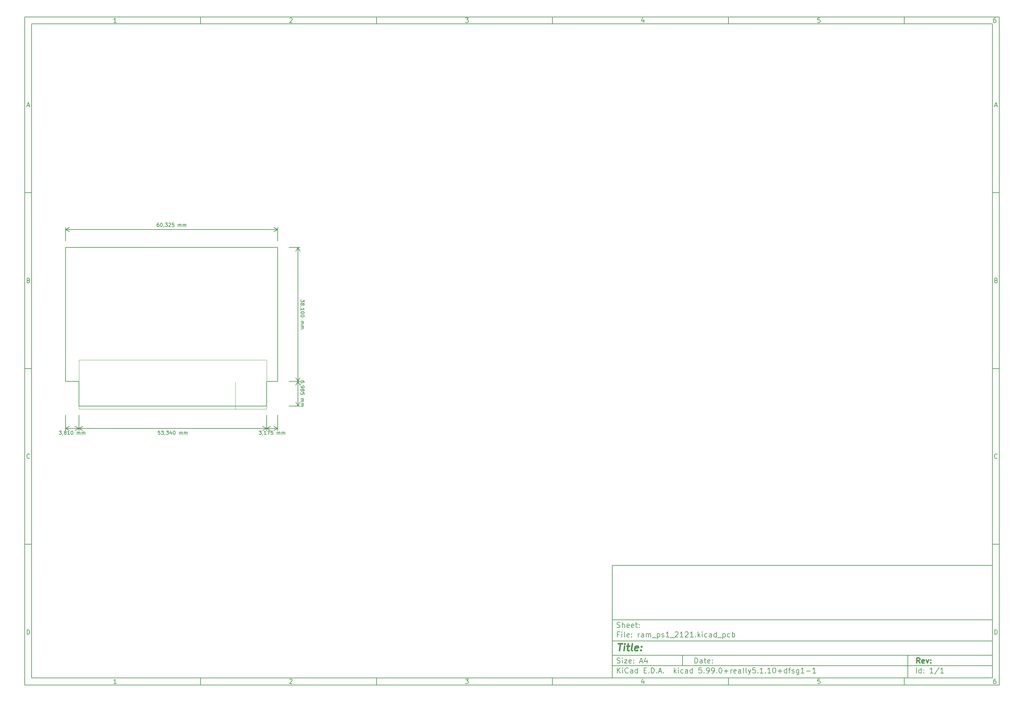
<source format=gbr>
%TF.GenerationSoftware,KiCad,Pcbnew,5.99.0+really5.1.10+dfsg1-1*%
%TF.CreationDate,2022-01-09T16:24:14+01:00*%
%TF.ProjectId,ram_ps1_2121,72616d5f-7073-4315-9f32-3132312e6b69,rev?*%
%TF.SameCoordinates,Original*%
%TF.FileFunction,OtherDrawing,Comment*%
%FSLAX46Y46*%
G04 Gerber Fmt 4.6, Leading zero omitted, Abs format (unit mm)*
G04 Created by KiCad (PCBNEW 5.99.0+really5.1.10+dfsg1-1) date 2022-01-09 16:24:14*
%MOMM*%
%LPD*%
G01*
G04 APERTURE LIST*
%ADD10C,0.100000*%
%ADD11C,0.150000*%
%ADD12C,0.300000*%
%ADD13C,0.400000*%
%ADD14C,0.120000*%
G04 APERTURE END LIST*
D10*
D11*
X177002200Y-166007200D02*
X177002200Y-198007200D01*
X285002200Y-198007200D01*
X285002200Y-166007200D01*
X177002200Y-166007200D01*
D10*
D11*
X10000000Y-10000000D02*
X10000000Y-200007200D01*
X287002200Y-200007200D01*
X287002200Y-10000000D01*
X10000000Y-10000000D01*
D10*
D11*
X12000000Y-12000000D02*
X12000000Y-198007200D01*
X285002200Y-198007200D01*
X285002200Y-12000000D01*
X12000000Y-12000000D01*
D10*
D11*
X60000000Y-12000000D02*
X60000000Y-10000000D01*
D10*
D11*
X110000000Y-12000000D02*
X110000000Y-10000000D01*
D10*
D11*
X160000000Y-12000000D02*
X160000000Y-10000000D01*
D10*
D11*
X210000000Y-12000000D02*
X210000000Y-10000000D01*
D10*
D11*
X260000000Y-12000000D02*
X260000000Y-10000000D01*
D10*
D11*
X36065476Y-11588095D02*
X35322619Y-11588095D01*
X35694047Y-11588095D02*
X35694047Y-10288095D01*
X35570238Y-10473809D01*
X35446428Y-10597619D01*
X35322619Y-10659523D01*
D10*
D11*
X85322619Y-10411904D02*
X85384523Y-10350000D01*
X85508333Y-10288095D01*
X85817857Y-10288095D01*
X85941666Y-10350000D01*
X86003571Y-10411904D01*
X86065476Y-10535714D01*
X86065476Y-10659523D01*
X86003571Y-10845238D01*
X85260714Y-11588095D01*
X86065476Y-11588095D01*
D10*
D11*
X135260714Y-10288095D02*
X136065476Y-10288095D01*
X135632142Y-10783333D01*
X135817857Y-10783333D01*
X135941666Y-10845238D01*
X136003571Y-10907142D01*
X136065476Y-11030952D01*
X136065476Y-11340476D01*
X136003571Y-11464285D01*
X135941666Y-11526190D01*
X135817857Y-11588095D01*
X135446428Y-11588095D01*
X135322619Y-11526190D01*
X135260714Y-11464285D01*
D10*
D11*
X185941666Y-10721428D02*
X185941666Y-11588095D01*
X185632142Y-10226190D02*
X185322619Y-11154761D01*
X186127380Y-11154761D01*
D10*
D11*
X236003571Y-10288095D02*
X235384523Y-10288095D01*
X235322619Y-10907142D01*
X235384523Y-10845238D01*
X235508333Y-10783333D01*
X235817857Y-10783333D01*
X235941666Y-10845238D01*
X236003571Y-10907142D01*
X236065476Y-11030952D01*
X236065476Y-11340476D01*
X236003571Y-11464285D01*
X235941666Y-11526190D01*
X235817857Y-11588095D01*
X235508333Y-11588095D01*
X235384523Y-11526190D01*
X235322619Y-11464285D01*
D10*
D11*
X285941666Y-10288095D02*
X285694047Y-10288095D01*
X285570238Y-10350000D01*
X285508333Y-10411904D01*
X285384523Y-10597619D01*
X285322619Y-10845238D01*
X285322619Y-11340476D01*
X285384523Y-11464285D01*
X285446428Y-11526190D01*
X285570238Y-11588095D01*
X285817857Y-11588095D01*
X285941666Y-11526190D01*
X286003571Y-11464285D01*
X286065476Y-11340476D01*
X286065476Y-11030952D01*
X286003571Y-10907142D01*
X285941666Y-10845238D01*
X285817857Y-10783333D01*
X285570238Y-10783333D01*
X285446428Y-10845238D01*
X285384523Y-10907142D01*
X285322619Y-11030952D01*
D10*
D11*
X60000000Y-198007200D02*
X60000000Y-200007200D01*
D10*
D11*
X110000000Y-198007200D02*
X110000000Y-200007200D01*
D10*
D11*
X160000000Y-198007200D02*
X160000000Y-200007200D01*
D10*
D11*
X210000000Y-198007200D02*
X210000000Y-200007200D01*
D10*
D11*
X260000000Y-198007200D02*
X260000000Y-200007200D01*
D10*
D11*
X36065476Y-199595295D02*
X35322619Y-199595295D01*
X35694047Y-199595295D02*
X35694047Y-198295295D01*
X35570238Y-198481009D01*
X35446428Y-198604819D01*
X35322619Y-198666723D01*
D10*
D11*
X85322619Y-198419104D02*
X85384523Y-198357200D01*
X85508333Y-198295295D01*
X85817857Y-198295295D01*
X85941666Y-198357200D01*
X86003571Y-198419104D01*
X86065476Y-198542914D01*
X86065476Y-198666723D01*
X86003571Y-198852438D01*
X85260714Y-199595295D01*
X86065476Y-199595295D01*
D10*
D11*
X135260714Y-198295295D02*
X136065476Y-198295295D01*
X135632142Y-198790533D01*
X135817857Y-198790533D01*
X135941666Y-198852438D01*
X136003571Y-198914342D01*
X136065476Y-199038152D01*
X136065476Y-199347676D01*
X136003571Y-199471485D01*
X135941666Y-199533390D01*
X135817857Y-199595295D01*
X135446428Y-199595295D01*
X135322619Y-199533390D01*
X135260714Y-199471485D01*
D10*
D11*
X185941666Y-198728628D02*
X185941666Y-199595295D01*
X185632142Y-198233390D02*
X185322619Y-199161961D01*
X186127380Y-199161961D01*
D10*
D11*
X236003571Y-198295295D02*
X235384523Y-198295295D01*
X235322619Y-198914342D01*
X235384523Y-198852438D01*
X235508333Y-198790533D01*
X235817857Y-198790533D01*
X235941666Y-198852438D01*
X236003571Y-198914342D01*
X236065476Y-199038152D01*
X236065476Y-199347676D01*
X236003571Y-199471485D01*
X235941666Y-199533390D01*
X235817857Y-199595295D01*
X235508333Y-199595295D01*
X235384523Y-199533390D01*
X235322619Y-199471485D01*
D10*
D11*
X285941666Y-198295295D02*
X285694047Y-198295295D01*
X285570238Y-198357200D01*
X285508333Y-198419104D01*
X285384523Y-198604819D01*
X285322619Y-198852438D01*
X285322619Y-199347676D01*
X285384523Y-199471485D01*
X285446428Y-199533390D01*
X285570238Y-199595295D01*
X285817857Y-199595295D01*
X285941666Y-199533390D01*
X286003571Y-199471485D01*
X286065476Y-199347676D01*
X286065476Y-199038152D01*
X286003571Y-198914342D01*
X285941666Y-198852438D01*
X285817857Y-198790533D01*
X285570238Y-198790533D01*
X285446428Y-198852438D01*
X285384523Y-198914342D01*
X285322619Y-199038152D01*
D10*
D11*
X10000000Y-60000000D02*
X12000000Y-60000000D01*
D10*
D11*
X10000000Y-110000000D02*
X12000000Y-110000000D01*
D10*
D11*
X10000000Y-160000000D02*
X12000000Y-160000000D01*
D10*
D11*
X10690476Y-35216666D02*
X11309523Y-35216666D01*
X10566666Y-35588095D02*
X11000000Y-34288095D01*
X11433333Y-35588095D01*
D10*
D11*
X11092857Y-84907142D02*
X11278571Y-84969047D01*
X11340476Y-85030952D01*
X11402380Y-85154761D01*
X11402380Y-85340476D01*
X11340476Y-85464285D01*
X11278571Y-85526190D01*
X11154761Y-85588095D01*
X10659523Y-85588095D01*
X10659523Y-84288095D01*
X11092857Y-84288095D01*
X11216666Y-84350000D01*
X11278571Y-84411904D01*
X11340476Y-84535714D01*
X11340476Y-84659523D01*
X11278571Y-84783333D01*
X11216666Y-84845238D01*
X11092857Y-84907142D01*
X10659523Y-84907142D01*
D10*
D11*
X11402380Y-135464285D02*
X11340476Y-135526190D01*
X11154761Y-135588095D01*
X11030952Y-135588095D01*
X10845238Y-135526190D01*
X10721428Y-135402380D01*
X10659523Y-135278571D01*
X10597619Y-135030952D01*
X10597619Y-134845238D01*
X10659523Y-134597619D01*
X10721428Y-134473809D01*
X10845238Y-134350000D01*
X11030952Y-134288095D01*
X11154761Y-134288095D01*
X11340476Y-134350000D01*
X11402380Y-134411904D01*
D10*
D11*
X10659523Y-185588095D02*
X10659523Y-184288095D01*
X10969047Y-184288095D01*
X11154761Y-184350000D01*
X11278571Y-184473809D01*
X11340476Y-184597619D01*
X11402380Y-184845238D01*
X11402380Y-185030952D01*
X11340476Y-185278571D01*
X11278571Y-185402380D01*
X11154761Y-185526190D01*
X10969047Y-185588095D01*
X10659523Y-185588095D01*
D10*
D11*
X287002200Y-60000000D02*
X285002200Y-60000000D01*
D10*
D11*
X287002200Y-110000000D02*
X285002200Y-110000000D01*
D10*
D11*
X287002200Y-160000000D02*
X285002200Y-160000000D01*
D10*
D11*
X285692676Y-35216666D02*
X286311723Y-35216666D01*
X285568866Y-35588095D02*
X286002200Y-34288095D01*
X286435533Y-35588095D01*
D10*
D11*
X286095057Y-84907142D02*
X286280771Y-84969047D01*
X286342676Y-85030952D01*
X286404580Y-85154761D01*
X286404580Y-85340476D01*
X286342676Y-85464285D01*
X286280771Y-85526190D01*
X286156961Y-85588095D01*
X285661723Y-85588095D01*
X285661723Y-84288095D01*
X286095057Y-84288095D01*
X286218866Y-84350000D01*
X286280771Y-84411904D01*
X286342676Y-84535714D01*
X286342676Y-84659523D01*
X286280771Y-84783333D01*
X286218866Y-84845238D01*
X286095057Y-84907142D01*
X285661723Y-84907142D01*
D10*
D11*
X286404580Y-135464285D02*
X286342676Y-135526190D01*
X286156961Y-135588095D01*
X286033152Y-135588095D01*
X285847438Y-135526190D01*
X285723628Y-135402380D01*
X285661723Y-135278571D01*
X285599819Y-135030952D01*
X285599819Y-134845238D01*
X285661723Y-134597619D01*
X285723628Y-134473809D01*
X285847438Y-134350000D01*
X286033152Y-134288095D01*
X286156961Y-134288095D01*
X286342676Y-134350000D01*
X286404580Y-134411904D01*
D10*
D11*
X285661723Y-185588095D02*
X285661723Y-184288095D01*
X285971247Y-184288095D01*
X286156961Y-184350000D01*
X286280771Y-184473809D01*
X286342676Y-184597619D01*
X286404580Y-184845238D01*
X286404580Y-185030952D01*
X286342676Y-185278571D01*
X286280771Y-185402380D01*
X286156961Y-185526190D01*
X285971247Y-185588095D01*
X285661723Y-185588095D01*
D10*
D11*
X200434342Y-193785771D02*
X200434342Y-192285771D01*
X200791485Y-192285771D01*
X201005771Y-192357200D01*
X201148628Y-192500057D01*
X201220057Y-192642914D01*
X201291485Y-192928628D01*
X201291485Y-193142914D01*
X201220057Y-193428628D01*
X201148628Y-193571485D01*
X201005771Y-193714342D01*
X200791485Y-193785771D01*
X200434342Y-193785771D01*
X202577200Y-193785771D02*
X202577200Y-193000057D01*
X202505771Y-192857200D01*
X202362914Y-192785771D01*
X202077200Y-192785771D01*
X201934342Y-192857200D01*
X202577200Y-193714342D02*
X202434342Y-193785771D01*
X202077200Y-193785771D01*
X201934342Y-193714342D01*
X201862914Y-193571485D01*
X201862914Y-193428628D01*
X201934342Y-193285771D01*
X202077200Y-193214342D01*
X202434342Y-193214342D01*
X202577200Y-193142914D01*
X203077200Y-192785771D02*
X203648628Y-192785771D01*
X203291485Y-192285771D02*
X203291485Y-193571485D01*
X203362914Y-193714342D01*
X203505771Y-193785771D01*
X203648628Y-193785771D01*
X204720057Y-193714342D02*
X204577200Y-193785771D01*
X204291485Y-193785771D01*
X204148628Y-193714342D01*
X204077200Y-193571485D01*
X204077200Y-193000057D01*
X204148628Y-192857200D01*
X204291485Y-192785771D01*
X204577200Y-192785771D01*
X204720057Y-192857200D01*
X204791485Y-193000057D01*
X204791485Y-193142914D01*
X204077200Y-193285771D01*
X205434342Y-193642914D02*
X205505771Y-193714342D01*
X205434342Y-193785771D01*
X205362914Y-193714342D01*
X205434342Y-193642914D01*
X205434342Y-193785771D01*
X205434342Y-192857200D02*
X205505771Y-192928628D01*
X205434342Y-193000057D01*
X205362914Y-192928628D01*
X205434342Y-192857200D01*
X205434342Y-193000057D01*
D10*
D11*
X177002200Y-194507200D02*
X285002200Y-194507200D01*
D10*
D11*
X178434342Y-196585771D02*
X178434342Y-195085771D01*
X179291485Y-196585771D02*
X178648628Y-195728628D01*
X179291485Y-195085771D02*
X178434342Y-195942914D01*
X179934342Y-196585771D02*
X179934342Y-195585771D01*
X179934342Y-195085771D02*
X179862914Y-195157200D01*
X179934342Y-195228628D01*
X180005771Y-195157200D01*
X179934342Y-195085771D01*
X179934342Y-195228628D01*
X181505771Y-196442914D02*
X181434342Y-196514342D01*
X181220057Y-196585771D01*
X181077200Y-196585771D01*
X180862914Y-196514342D01*
X180720057Y-196371485D01*
X180648628Y-196228628D01*
X180577200Y-195942914D01*
X180577200Y-195728628D01*
X180648628Y-195442914D01*
X180720057Y-195300057D01*
X180862914Y-195157200D01*
X181077200Y-195085771D01*
X181220057Y-195085771D01*
X181434342Y-195157200D01*
X181505771Y-195228628D01*
X182791485Y-196585771D02*
X182791485Y-195800057D01*
X182720057Y-195657200D01*
X182577200Y-195585771D01*
X182291485Y-195585771D01*
X182148628Y-195657200D01*
X182791485Y-196514342D02*
X182648628Y-196585771D01*
X182291485Y-196585771D01*
X182148628Y-196514342D01*
X182077200Y-196371485D01*
X182077200Y-196228628D01*
X182148628Y-196085771D01*
X182291485Y-196014342D01*
X182648628Y-196014342D01*
X182791485Y-195942914D01*
X184148628Y-196585771D02*
X184148628Y-195085771D01*
X184148628Y-196514342D02*
X184005771Y-196585771D01*
X183720057Y-196585771D01*
X183577200Y-196514342D01*
X183505771Y-196442914D01*
X183434342Y-196300057D01*
X183434342Y-195871485D01*
X183505771Y-195728628D01*
X183577200Y-195657200D01*
X183720057Y-195585771D01*
X184005771Y-195585771D01*
X184148628Y-195657200D01*
X186005771Y-195800057D02*
X186505771Y-195800057D01*
X186720057Y-196585771D02*
X186005771Y-196585771D01*
X186005771Y-195085771D01*
X186720057Y-195085771D01*
X187362914Y-196442914D02*
X187434342Y-196514342D01*
X187362914Y-196585771D01*
X187291485Y-196514342D01*
X187362914Y-196442914D01*
X187362914Y-196585771D01*
X188077200Y-196585771D02*
X188077200Y-195085771D01*
X188434342Y-195085771D01*
X188648628Y-195157200D01*
X188791485Y-195300057D01*
X188862914Y-195442914D01*
X188934342Y-195728628D01*
X188934342Y-195942914D01*
X188862914Y-196228628D01*
X188791485Y-196371485D01*
X188648628Y-196514342D01*
X188434342Y-196585771D01*
X188077200Y-196585771D01*
X189577200Y-196442914D02*
X189648628Y-196514342D01*
X189577200Y-196585771D01*
X189505771Y-196514342D01*
X189577200Y-196442914D01*
X189577200Y-196585771D01*
X190220057Y-196157200D02*
X190934342Y-196157200D01*
X190077200Y-196585771D02*
X190577200Y-195085771D01*
X191077200Y-196585771D01*
X191577200Y-196442914D02*
X191648628Y-196514342D01*
X191577200Y-196585771D01*
X191505771Y-196514342D01*
X191577200Y-196442914D01*
X191577200Y-196585771D01*
X194577200Y-196585771D02*
X194577200Y-195085771D01*
X194720057Y-196014342D02*
X195148628Y-196585771D01*
X195148628Y-195585771D02*
X194577200Y-196157200D01*
X195791485Y-196585771D02*
X195791485Y-195585771D01*
X195791485Y-195085771D02*
X195720057Y-195157200D01*
X195791485Y-195228628D01*
X195862914Y-195157200D01*
X195791485Y-195085771D01*
X195791485Y-195228628D01*
X197148628Y-196514342D02*
X197005771Y-196585771D01*
X196720057Y-196585771D01*
X196577200Y-196514342D01*
X196505771Y-196442914D01*
X196434342Y-196300057D01*
X196434342Y-195871485D01*
X196505771Y-195728628D01*
X196577200Y-195657200D01*
X196720057Y-195585771D01*
X197005771Y-195585771D01*
X197148628Y-195657200D01*
X198434342Y-196585771D02*
X198434342Y-195800057D01*
X198362914Y-195657200D01*
X198220057Y-195585771D01*
X197934342Y-195585771D01*
X197791485Y-195657200D01*
X198434342Y-196514342D02*
X198291485Y-196585771D01*
X197934342Y-196585771D01*
X197791485Y-196514342D01*
X197720057Y-196371485D01*
X197720057Y-196228628D01*
X197791485Y-196085771D01*
X197934342Y-196014342D01*
X198291485Y-196014342D01*
X198434342Y-195942914D01*
X199791485Y-196585771D02*
X199791485Y-195085771D01*
X199791485Y-196514342D02*
X199648628Y-196585771D01*
X199362914Y-196585771D01*
X199220057Y-196514342D01*
X199148628Y-196442914D01*
X199077200Y-196300057D01*
X199077200Y-195871485D01*
X199148628Y-195728628D01*
X199220057Y-195657200D01*
X199362914Y-195585771D01*
X199648628Y-195585771D01*
X199791485Y-195657200D01*
X202362914Y-195085771D02*
X201648628Y-195085771D01*
X201577200Y-195800057D01*
X201648628Y-195728628D01*
X201791485Y-195657200D01*
X202148628Y-195657200D01*
X202291485Y-195728628D01*
X202362914Y-195800057D01*
X202434342Y-195942914D01*
X202434342Y-196300057D01*
X202362914Y-196442914D01*
X202291485Y-196514342D01*
X202148628Y-196585771D01*
X201791485Y-196585771D01*
X201648628Y-196514342D01*
X201577200Y-196442914D01*
X203077200Y-196442914D02*
X203148628Y-196514342D01*
X203077200Y-196585771D01*
X203005771Y-196514342D01*
X203077200Y-196442914D01*
X203077200Y-196585771D01*
X203862914Y-196585771D02*
X204148628Y-196585771D01*
X204291485Y-196514342D01*
X204362914Y-196442914D01*
X204505771Y-196228628D01*
X204577200Y-195942914D01*
X204577200Y-195371485D01*
X204505771Y-195228628D01*
X204434342Y-195157200D01*
X204291485Y-195085771D01*
X204005771Y-195085771D01*
X203862914Y-195157200D01*
X203791485Y-195228628D01*
X203720057Y-195371485D01*
X203720057Y-195728628D01*
X203791485Y-195871485D01*
X203862914Y-195942914D01*
X204005771Y-196014342D01*
X204291485Y-196014342D01*
X204434342Y-195942914D01*
X204505771Y-195871485D01*
X204577200Y-195728628D01*
X205291485Y-196585771D02*
X205577200Y-196585771D01*
X205720057Y-196514342D01*
X205791485Y-196442914D01*
X205934342Y-196228628D01*
X206005771Y-195942914D01*
X206005771Y-195371485D01*
X205934342Y-195228628D01*
X205862914Y-195157200D01*
X205720057Y-195085771D01*
X205434342Y-195085771D01*
X205291485Y-195157200D01*
X205220057Y-195228628D01*
X205148628Y-195371485D01*
X205148628Y-195728628D01*
X205220057Y-195871485D01*
X205291485Y-195942914D01*
X205434342Y-196014342D01*
X205720057Y-196014342D01*
X205862914Y-195942914D01*
X205934342Y-195871485D01*
X206005771Y-195728628D01*
X206648628Y-196442914D02*
X206720057Y-196514342D01*
X206648628Y-196585771D01*
X206577200Y-196514342D01*
X206648628Y-196442914D01*
X206648628Y-196585771D01*
X207648628Y-195085771D02*
X207791485Y-195085771D01*
X207934342Y-195157200D01*
X208005771Y-195228628D01*
X208077200Y-195371485D01*
X208148628Y-195657200D01*
X208148628Y-196014342D01*
X208077200Y-196300057D01*
X208005771Y-196442914D01*
X207934342Y-196514342D01*
X207791485Y-196585771D01*
X207648628Y-196585771D01*
X207505771Y-196514342D01*
X207434342Y-196442914D01*
X207362914Y-196300057D01*
X207291485Y-196014342D01*
X207291485Y-195657200D01*
X207362914Y-195371485D01*
X207434342Y-195228628D01*
X207505771Y-195157200D01*
X207648628Y-195085771D01*
X208791485Y-196014342D02*
X209934342Y-196014342D01*
X209362914Y-196585771D02*
X209362914Y-195442914D01*
X210648628Y-196585771D02*
X210648628Y-195585771D01*
X210648628Y-195871485D02*
X210720057Y-195728628D01*
X210791485Y-195657200D01*
X210934342Y-195585771D01*
X211077200Y-195585771D01*
X212148628Y-196514342D02*
X212005771Y-196585771D01*
X211720057Y-196585771D01*
X211577200Y-196514342D01*
X211505771Y-196371485D01*
X211505771Y-195800057D01*
X211577200Y-195657200D01*
X211720057Y-195585771D01*
X212005771Y-195585771D01*
X212148628Y-195657200D01*
X212220057Y-195800057D01*
X212220057Y-195942914D01*
X211505771Y-196085771D01*
X213505771Y-196585771D02*
X213505771Y-195800057D01*
X213434342Y-195657200D01*
X213291485Y-195585771D01*
X213005771Y-195585771D01*
X212862914Y-195657200D01*
X213505771Y-196514342D02*
X213362914Y-196585771D01*
X213005771Y-196585771D01*
X212862914Y-196514342D01*
X212791485Y-196371485D01*
X212791485Y-196228628D01*
X212862914Y-196085771D01*
X213005771Y-196014342D01*
X213362914Y-196014342D01*
X213505771Y-195942914D01*
X214434342Y-196585771D02*
X214291485Y-196514342D01*
X214220057Y-196371485D01*
X214220057Y-195085771D01*
X215220057Y-196585771D02*
X215077200Y-196514342D01*
X215005771Y-196371485D01*
X215005771Y-195085771D01*
X215648628Y-195585771D02*
X216005771Y-196585771D01*
X216362914Y-195585771D02*
X216005771Y-196585771D01*
X215862914Y-196942914D01*
X215791485Y-197014342D01*
X215648628Y-197085771D01*
X217648628Y-195085771D02*
X216934342Y-195085771D01*
X216862914Y-195800057D01*
X216934342Y-195728628D01*
X217077200Y-195657200D01*
X217434342Y-195657200D01*
X217577200Y-195728628D01*
X217648628Y-195800057D01*
X217720057Y-195942914D01*
X217720057Y-196300057D01*
X217648628Y-196442914D01*
X217577200Y-196514342D01*
X217434342Y-196585771D01*
X217077200Y-196585771D01*
X216934342Y-196514342D01*
X216862914Y-196442914D01*
X218362914Y-196442914D02*
X218434342Y-196514342D01*
X218362914Y-196585771D01*
X218291485Y-196514342D01*
X218362914Y-196442914D01*
X218362914Y-196585771D01*
X219862914Y-196585771D02*
X219005771Y-196585771D01*
X219434342Y-196585771D02*
X219434342Y-195085771D01*
X219291485Y-195300057D01*
X219148628Y-195442914D01*
X219005771Y-195514342D01*
X220505771Y-196442914D02*
X220577200Y-196514342D01*
X220505771Y-196585771D01*
X220434342Y-196514342D01*
X220505771Y-196442914D01*
X220505771Y-196585771D01*
X222005771Y-196585771D02*
X221148628Y-196585771D01*
X221577200Y-196585771D02*
X221577200Y-195085771D01*
X221434342Y-195300057D01*
X221291485Y-195442914D01*
X221148628Y-195514342D01*
X222934342Y-195085771D02*
X223077200Y-195085771D01*
X223220057Y-195157200D01*
X223291485Y-195228628D01*
X223362914Y-195371485D01*
X223434342Y-195657200D01*
X223434342Y-196014342D01*
X223362914Y-196300057D01*
X223291485Y-196442914D01*
X223220057Y-196514342D01*
X223077200Y-196585771D01*
X222934342Y-196585771D01*
X222791485Y-196514342D01*
X222720057Y-196442914D01*
X222648628Y-196300057D01*
X222577200Y-196014342D01*
X222577200Y-195657200D01*
X222648628Y-195371485D01*
X222720057Y-195228628D01*
X222791485Y-195157200D01*
X222934342Y-195085771D01*
X224077200Y-196014342D02*
X225220057Y-196014342D01*
X224648628Y-196585771D02*
X224648628Y-195442914D01*
X226577200Y-196585771D02*
X226577200Y-195085771D01*
X226577200Y-196514342D02*
X226434342Y-196585771D01*
X226148628Y-196585771D01*
X226005771Y-196514342D01*
X225934342Y-196442914D01*
X225862914Y-196300057D01*
X225862914Y-195871485D01*
X225934342Y-195728628D01*
X226005771Y-195657200D01*
X226148628Y-195585771D01*
X226434342Y-195585771D01*
X226577200Y-195657200D01*
X227077200Y-195585771D02*
X227648628Y-195585771D01*
X227291485Y-196585771D02*
X227291485Y-195300057D01*
X227362914Y-195157200D01*
X227505771Y-195085771D01*
X227648628Y-195085771D01*
X228077200Y-196514342D02*
X228220057Y-196585771D01*
X228505771Y-196585771D01*
X228648628Y-196514342D01*
X228720057Y-196371485D01*
X228720057Y-196300057D01*
X228648628Y-196157200D01*
X228505771Y-196085771D01*
X228291485Y-196085771D01*
X228148628Y-196014342D01*
X228077200Y-195871485D01*
X228077200Y-195800057D01*
X228148628Y-195657200D01*
X228291485Y-195585771D01*
X228505771Y-195585771D01*
X228648628Y-195657200D01*
X230005771Y-195585771D02*
X230005771Y-196800057D01*
X229934342Y-196942914D01*
X229862914Y-197014342D01*
X229720057Y-197085771D01*
X229505771Y-197085771D01*
X229362914Y-197014342D01*
X230005771Y-196514342D02*
X229862914Y-196585771D01*
X229577200Y-196585771D01*
X229434342Y-196514342D01*
X229362914Y-196442914D01*
X229291485Y-196300057D01*
X229291485Y-195871485D01*
X229362914Y-195728628D01*
X229434342Y-195657200D01*
X229577200Y-195585771D01*
X229862914Y-195585771D01*
X230005771Y-195657200D01*
X231505771Y-196585771D02*
X230648628Y-196585771D01*
X231077200Y-196585771D02*
X231077200Y-195085771D01*
X230934342Y-195300057D01*
X230791485Y-195442914D01*
X230648628Y-195514342D01*
X232148628Y-196014342D02*
X233291485Y-196014342D01*
X234791485Y-196585771D02*
X233934342Y-196585771D01*
X234362914Y-196585771D02*
X234362914Y-195085771D01*
X234220057Y-195300057D01*
X234077200Y-195442914D01*
X233934342Y-195514342D01*
D10*
D11*
X177002200Y-191507200D02*
X285002200Y-191507200D01*
D10*
D12*
X264411485Y-193785771D02*
X263911485Y-193071485D01*
X263554342Y-193785771D02*
X263554342Y-192285771D01*
X264125771Y-192285771D01*
X264268628Y-192357200D01*
X264340057Y-192428628D01*
X264411485Y-192571485D01*
X264411485Y-192785771D01*
X264340057Y-192928628D01*
X264268628Y-193000057D01*
X264125771Y-193071485D01*
X263554342Y-193071485D01*
X265625771Y-193714342D02*
X265482914Y-193785771D01*
X265197200Y-193785771D01*
X265054342Y-193714342D01*
X264982914Y-193571485D01*
X264982914Y-193000057D01*
X265054342Y-192857200D01*
X265197200Y-192785771D01*
X265482914Y-192785771D01*
X265625771Y-192857200D01*
X265697200Y-193000057D01*
X265697200Y-193142914D01*
X264982914Y-193285771D01*
X266197200Y-192785771D02*
X266554342Y-193785771D01*
X266911485Y-192785771D01*
X267482914Y-193642914D02*
X267554342Y-193714342D01*
X267482914Y-193785771D01*
X267411485Y-193714342D01*
X267482914Y-193642914D01*
X267482914Y-193785771D01*
X267482914Y-192857200D02*
X267554342Y-192928628D01*
X267482914Y-193000057D01*
X267411485Y-192928628D01*
X267482914Y-192857200D01*
X267482914Y-193000057D01*
D10*
D11*
X178362914Y-193714342D02*
X178577200Y-193785771D01*
X178934342Y-193785771D01*
X179077200Y-193714342D01*
X179148628Y-193642914D01*
X179220057Y-193500057D01*
X179220057Y-193357200D01*
X179148628Y-193214342D01*
X179077200Y-193142914D01*
X178934342Y-193071485D01*
X178648628Y-193000057D01*
X178505771Y-192928628D01*
X178434342Y-192857200D01*
X178362914Y-192714342D01*
X178362914Y-192571485D01*
X178434342Y-192428628D01*
X178505771Y-192357200D01*
X178648628Y-192285771D01*
X179005771Y-192285771D01*
X179220057Y-192357200D01*
X179862914Y-193785771D02*
X179862914Y-192785771D01*
X179862914Y-192285771D02*
X179791485Y-192357200D01*
X179862914Y-192428628D01*
X179934342Y-192357200D01*
X179862914Y-192285771D01*
X179862914Y-192428628D01*
X180434342Y-192785771D02*
X181220057Y-192785771D01*
X180434342Y-193785771D01*
X181220057Y-193785771D01*
X182362914Y-193714342D02*
X182220057Y-193785771D01*
X181934342Y-193785771D01*
X181791485Y-193714342D01*
X181720057Y-193571485D01*
X181720057Y-193000057D01*
X181791485Y-192857200D01*
X181934342Y-192785771D01*
X182220057Y-192785771D01*
X182362914Y-192857200D01*
X182434342Y-193000057D01*
X182434342Y-193142914D01*
X181720057Y-193285771D01*
X183077200Y-193642914D02*
X183148628Y-193714342D01*
X183077200Y-193785771D01*
X183005771Y-193714342D01*
X183077200Y-193642914D01*
X183077200Y-193785771D01*
X183077200Y-192857200D02*
X183148628Y-192928628D01*
X183077200Y-193000057D01*
X183005771Y-192928628D01*
X183077200Y-192857200D01*
X183077200Y-193000057D01*
X184862914Y-193357200D02*
X185577200Y-193357200D01*
X184720057Y-193785771D02*
X185220057Y-192285771D01*
X185720057Y-193785771D01*
X186862914Y-192785771D02*
X186862914Y-193785771D01*
X186505771Y-192214342D02*
X186148628Y-193285771D01*
X187077200Y-193285771D01*
D10*
D11*
X263434342Y-196585771D02*
X263434342Y-195085771D01*
X264791485Y-196585771D02*
X264791485Y-195085771D01*
X264791485Y-196514342D02*
X264648628Y-196585771D01*
X264362914Y-196585771D01*
X264220057Y-196514342D01*
X264148628Y-196442914D01*
X264077200Y-196300057D01*
X264077200Y-195871485D01*
X264148628Y-195728628D01*
X264220057Y-195657200D01*
X264362914Y-195585771D01*
X264648628Y-195585771D01*
X264791485Y-195657200D01*
X265505771Y-196442914D02*
X265577200Y-196514342D01*
X265505771Y-196585771D01*
X265434342Y-196514342D01*
X265505771Y-196442914D01*
X265505771Y-196585771D01*
X265505771Y-195657200D02*
X265577200Y-195728628D01*
X265505771Y-195800057D01*
X265434342Y-195728628D01*
X265505771Y-195657200D01*
X265505771Y-195800057D01*
X268148628Y-196585771D02*
X267291485Y-196585771D01*
X267720057Y-196585771D02*
X267720057Y-195085771D01*
X267577200Y-195300057D01*
X267434342Y-195442914D01*
X267291485Y-195514342D01*
X269862914Y-195014342D02*
X268577200Y-196942914D01*
X271148628Y-196585771D02*
X270291485Y-196585771D01*
X270720057Y-196585771D02*
X270720057Y-195085771D01*
X270577200Y-195300057D01*
X270434342Y-195442914D01*
X270291485Y-195514342D01*
D10*
D11*
X177002200Y-187507200D02*
X285002200Y-187507200D01*
D10*
D13*
X178714580Y-188211961D02*
X179857438Y-188211961D01*
X179036009Y-190211961D02*
X179286009Y-188211961D01*
X180274104Y-190211961D02*
X180440771Y-188878628D01*
X180524104Y-188211961D02*
X180416961Y-188307200D01*
X180500295Y-188402438D01*
X180607438Y-188307200D01*
X180524104Y-188211961D01*
X180500295Y-188402438D01*
X181107438Y-188878628D02*
X181869342Y-188878628D01*
X181476485Y-188211961D02*
X181262200Y-189926247D01*
X181333628Y-190116723D01*
X181512200Y-190211961D01*
X181702676Y-190211961D01*
X182655057Y-190211961D02*
X182476485Y-190116723D01*
X182405057Y-189926247D01*
X182619342Y-188211961D01*
X184190771Y-190116723D02*
X183988390Y-190211961D01*
X183607438Y-190211961D01*
X183428866Y-190116723D01*
X183357438Y-189926247D01*
X183452676Y-189164342D01*
X183571723Y-188973866D01*
X183774104Y-188878628D01*
X184155057Y-188878628D01*
X184333628Y-188973866D01*
X184405057Y-189164342D01*
X184381247Y-189354819D01*
X183405057Y-189545295D01*
X185155057Y-190021485D02*
X185238390Y-190116723D01*
X185131247Y-190211961D01*
X185047914Y-190116723D01*
X185155057Y-190021485D01*
X185131247Y-190211961D01*
X185286009Y-188973866D02*
X185369342Y-189069104D01*
X185262200Y-189164342D01*
X185178866Y-189069104D01*
X185286009Y-188973866D01*
X185262200Y-189164342D01*
D10*
D11*
X178934342Y-185600057D02*
X178434342Y-185600057D01*
X178434342Y-186385771D02*
X178434342Y-184885771D01*
X179148628Y-184885771D01*
X179720057Y-186385771D02*
X179720057Y-185385771D01*
X179720057Y-184885771D02*
X179648628Y-184957200D01*
X179720057Y-185028628D01*
X179791485Y-184957200D01*
X179720057Y-184885771D01*
X179720057Y-185028628D01*
X180648628Y-186385771D02*
X180505771Y-186314342D01*
X180434342Y-186171485D01*
X180434342Y-184885771D01*
X181791485Y-186314342D02*
X181648628Y-186385771D01*
X181362914Y-186385771D01*
X181220057Y-186314342D01*
X181148628Y-186171485D01*
X181148628Y-185600057D01*
X181220057Y-185457200D01*
X181362914Y-185385771D01*
X181648628Y-185385771D01*
X181791485Y-185457200D01*
X181862914Y-185600057D01*
X181862914Y-185742914D01*
X181148628Y-185885771D01*
X182505771Y-186242914D02*
X182577200Y-186314342D01*
X182505771Y-186385771D01*
X182434342Y-186314342D01*
X182505771Y-186242914D01*
X182505771Y-186385771D01*
X182505771Y-185457200D02*
X182577200Y-185528628D01*
X182505771Y-185600057D01*
X182434342Y-185528628D01*
X182505771Y-185457200D01*
X182505771Y-185600057D01*
X184362914Y-186385771D02*
X184362914Y-185385771D01*
X184362914Y-185671485D02*
X184434342Y-185528628D01*
X184505771Y-185457200D01*
X184648628Y-185385771D01*
X184791485Y-185385771D01*
X185934342Y-186385771D02*
X185934342Y-185600057D01*
X185862914Y-185457200D01*
X185720057Y-185385771D01*
X185434342Y-185385771D01*
X185291485Y-185457200D01*
X185934342Y-186314342D02*
X185791485Y-186385771D01*
X185434342Y-186385771D01*
X185291485Y-186314342D01*
X185220057Y-186171485D01*
X185220057Y-186028628D01*
X185291485Y-185885771D01*
X185434342Y-185814342D01*
X185791485Y-185814342D01*
X185934342Y-185742914D01*
X186648628Y-186385771D02*
X186648628Y-185385771D01*
X186648628Y-185528628D02*
X186720057Y-185457200D01*
X186862914Y-185385771D01*
X187077200Y-185385771D01*
X187220057Y-185457200D01*
X187291485Y-185600057D01*
X187291485Y-186385771D01*
X187291485Y-185600057D02*
X187362914Y-185457200D01*
X187505771Y-185385771D01*
X187720057Y-185385771D01*
X187862914Y-185457200D01*
X187934342Y-185600057D01*
X187934342Y-186385771D01*
X188291485Y-186528628D02*
X189434342Y-186528628D01*
X189791485Y-185385771D02*
X189791485Y-186885771D01*
X189791485Y-185457200D02*
X189934342Y-185385771D01*
X190220057Y-185385771D01*
X190362914Y-185457200D01*
X190434342Y-185528628D01*
X190505771Y-185671485D01*
X190505771Y-186100057D01*
X190434342Y-186242914D01*
X190362914Y-186314342D01*
X190220057Y-186385771D01*
X189934342Y-186385771D01*
X189791485Y-186314342D01*
X191077200Y-186314342D02*
X191220057Y-186385771D01*
X191505771Y-186385771D01*
X191648628Y-186314342D01*
X191720057Y-186171485D01*
X191720057Y-186100057D01*
X191648628Y-185957200D01*
X191505771Y-185885771D01*
X191291485Y-185885771D01*
X191148628Y-185814342D01*
X191077200Y-185671485D01*
X191077200Y-185600057D01*
X191148628Y-185457200D01*
X191291485Y-185385771D01*
X191505771Y-185385771D01*
X191648628Y-185457200D01*
X193148628Y-186385771D02*
X192291485Y-186385771D01*
X192720057Y-186385771D02*
X192720057Y-184885771D01*
X192577200Y-185100057D01*
X192434342Y-185242914D01*
X192291485Y-185314342D01*
X193434342Y-186528628D02*
X194577200Y-186528628D01*
X194862914Y-185028628D02*
X194934342Y-184957200D01*
X195077200Y-184885771D01*
X195434342Y-184885771D01*
X195577200Y-184957200D01*
X195648628Y-185028628D01*
X195720057Y-185171485D01*
X195720057Y-185314342D01*
X195648628Y-185528628D01*
X194791485Y-186385771D01*
X195720057Y-186385771D01*
X197148628Y-186385771D02*
X196291485Y-186385771D01*
X196720057Y-186385771D02*
X196720057Y-184885771D01*
X196577200Y-185100057D01*
X196434342Y-185242914D01*
X196291485Y-185314342D01*
X197720057Y-185028628D02*
X197791485Y-184957200D01*
X197934342Y-184885771D01*
X198291485Y-184885771D01*
X198434342Y-184957200D01*
X198505771Y-185028628D01*
X198577200Y-185171485D01*
X198577200Y-185314342D01*
X198505771Y-185528628D01*
X197648628Y-186385771D01*
X198577200Y-186385771D01*
X200005771Y-186385771D02*
X199148628Y-186385771D01*
X199577200Y-186385771D02*
X199577200Y-184885771D01*
X199434342Y-185100057D01*
X199291485Y-185242914D01*
X199148628Y-185314342D01*
X200648628Y-186242914D02*
X200720057Y-186314342D01*
X200648628Y-186385771D01*
X200577200Y-186314342D01*
X200648628Y-186242914D01*
X200648628Y-186385771D01*
X201362914Y-186385771D02*
X201362914Y-184885771D01*
X201505771Y-185814342D02*
X201934342Y-186385771D01*
X201934342Y-185385771D02*
X201362914Y-185957200D01*
X202577200Y-186385771D02*
X202577200Y-185385771D01*
X202577200Y-184885771D02*
X202505771Y-184957200D01*
X202577200Y-185028628D01*
X202648628Y-184957200D01*
X202577200Y-184885771D01*
X202577200Y-185028628D01*
X203934342Y-186314342D02*
X203791485Y-186385771D01*
X203505771Y-186385771D01*
X203362914Y-186314342D01*
X203291485Y-186242914D01*
X203220057Y-186100057D01*
X203220057Y-185671485D01*
X203291485Y-185528628D01*
X203362914Y-185457200D01*
X203505771Y-185385771D01*
X203791485Y-185385771D01*
X203934342Y-185457200D01*
X205220057Y-186385771D02*
X205220057Y-185600057D01*
X205148628Y-185457200D01*
X205005771Y-185385771D01*
X204720057Y-185385771D01*
X204577200Y-185457200D01*
X205220057Y-186314342D02*
X205077200Y-186385771D01*
X204720057Y-186385771D01*
X204577200Y-186314342D01*
X204505771Y-186171485D01*
X204505771Y-186028628D01*
X204577200Y-185885771D01*
X204720057Y-185814342D01*
X205077200Y-185814342D01*
X205220057Y-185742914D01*
X206577200Y-186385771D02*
X206577200Y-184885771D01*
X206577200Y-186314342D02*
X206434342Y-186385771D01*
X206148628Y-186385771D01*
X206005771Y-186314342D01*
X205934342Y-186242914D01*
X205862914Y-186100057D01*
X205862914Y-185671485D01*
X205934342Y-185528628D01*
X206005771Y-185457200D01*
X206148628Y-185385771D01*
X206434342Y-185385771D01*
X206577200Y-185457200D01*
X206934342Y-186528628D02*
X208077200Y-186528628D01*
X208434342Y-185385771D02*
X208434342Y-186885771D01*
X208434342Y-185457200D02*
X208577200Y-185385771D01*
X208862914Y-185385771D01*
X209005771Y-185457200D01*
X209077200Y-185528628D01*
X209148628Y-185671485D01*
X209148628Y-186100057D01*
X209077200Y-186242914D01*
X209005771Y-186314342D01*
X208862914Y-186385771D01*
X208577200Y-186385771D01*
X208434342Y-186314342D01*
X210434342Y-186314342D02*
X210291485Y-186385771D01*
X210005771Y-186385771D01*
X209862914Y-186314342D01*
X209791485Y-186242914D01*
X209720057Y-186100057D01*
X209720057Y-185671485D01*
X209791485Y-185528628D01*
X209862914Y-185457200D01*
X210005771Y-185385771D01*
X210291485Y-185385771D01*
X210434342Y-185457200D01*
X211077200Y-186385771D02*
X211077200Y-184885771D01*
X211077200Y-185457200D02*
X211220057Y-185385771D01*
X211505771Y-185385771D01*
X211648628Y-185457200D01*
X211720057Y-185528628D01*
X211791485Y-185671485D01*
X211791485Y-186100057D01*
X211720057Y-186242914D01*
X211648628Y-186314342D01*
X211505771Y-186385771D01*
X211220057Y-186385771D01*
X211077200Y-186314342D01*
D10*
D11*
X177002200Y-181507200D02*
X285002200Y-181507200D01*
D10*
D11*
X178362914Y-183614342D02*
X178577200Y-183685771D01*
X178934342Y-183685771D01*
X179077200Y-183614342D01*
X179148628Y-183542914D01*
X179220057Y-183400057D01*
X179220057Y-183257200D01*
X179148628Y-183114342D01*
X179077200Y-183042914D01*
X178934342Y-182971485D01*
X178648628Y-182900057D01*
X178505771Y-182828628D01*
X178434342Y-182757200D01*
X178362914Y-182614342D01*
X178362914Y-182471485D01*
X178434342Y-182328628D01*
X178505771Y-182257200D01*
X178648628Y-182185771D01*
X179005771Y-182185771D01*
X179220057Y-182257200D01*
X179862914Y-183685771D02*
X179862914Y-182185771D01*
X180505771Y-183685771D02*
X180505771Y-182900057D01*
X180434342Y-182757200D01*
X180291485Y-182685771D01*
X180077200Y-182685771D01*
X179934342Y-182757200D01*
X179862914Y-182828628D01*
X181791485Y-183614342D02*
X181648628Y-183685771D01*
X181362914Y-183685771D01*
X181220057Y-183614342D01*
X181148628Y-183471485D01*
X181148628Y-182900057D01*
X181220057Y-182757200D01*
X181362914Y-182685771D01*
X181648628Y-182685771D01*
X181791485Y-182757200D01*
X181862914Y-182900057D01*
X181862914Y-183042914D01*
X181148628Y-183185771D01*
X183077200Y-183614342D02*
X182934342Y-183685771D01*
X182648628Y-183685771D01*
X182505771Y-183614342D01*
X182434342Y-183471485D01*
X182434342Y-182900057D01*
X182505771Y-182757200D01*
X182648628Y-182685771D01*
X182934342Y-182685771D01*
X183077200Y-182757200D01*
X183148628Y-182900057D01*
X183148628Y-183042914D01*
X182434342Y-183185771D01*
X183577200Y-182685771D02*
X184148628Y-182685771D01*
X183791485Y-182185771D02*
X183791485Y-183471485D01*
X183862914Y-183614342D01*
X184005771Y-183685771D01*
X184148628Y-183685771D01*
X184648628Y-183542914D02*
X184720057Y-183614342D01*
X184648628Y-183685771D01*
X184577200Y-183614342D01*
X184648628Y-183542914D01*
X184648628Y-183685771D01*
X184648628Y-182757200D02*
X184720057Y-182828628D01*
X184648628Y-182900057D01*
X184577200Y-182828628D01*
X184648628Y-182757200D01*
X184648628Y-182900057D01*
D10*
D11*
X197002200Y-191507200D02*
X197002200Y-194507200D01*
D10*
D11*
X261002200Y-191507200D02*
X261002200Y-198007200D01*
X89477619Y-113967023D02*
X89477619Y-113776547D01*
X89430000Y-113681309D01*
X89382380Y-113633690D01*
X89239523Y-113538452D01*
X89049047Y-113490833D01*
X88668095Y-113490833D01*
X88572857Y-113538452D01*
X88525238Y-113586071D01*
X88477619Y-113681309D01*
X88477619Y-113871785D01*
X88525238Y-113967023D01*
X88572857Y-114014642D01*
X88668095Y-114062261D01*
X88906190Y-114062261D01*
X89001428Y-114014642D01*
X89049047Y-113967023D01*
X89096666Y-113871785D01*
X89096666Y-113681309D01*
X89049047Y-113586071D01*
X89001428Y-113538452D01*
X88906190Y-113490833D01*
X88525238Y-114538452D02*
X88477619Y-114538452D01*
X88382380Y-114490833D01*
X88334761Y-114443214D01*
X88477619Y-115014642D02*
X88477619Y-115205119D01*
X88525238Y-115300357D01*
X88572857Y-115347976D01*
X88715714Y-115443214D01*
X88906190Y-115490833D01*
X89287142Y-115490833D01*
X89382380Y-115443214D01*
X89430000Y-115395595D01*
X89477619Y-115300357D01*
X89477619Y-115109880D01*
X89430000Y-115014642D01*
X89382380Y-114967023D01*
X89287142Y-114919404D01*
X89049047Y-114919404D01*
X88953809Y-114967023D01*
X88906190Y-115014642D01*
X88858571Y-115109880D01*
X88858571Y-115300357D01*
X88906190Y-115395595D01*
X88953809Y-115443214D01*
X89049047Y-115490833D01*
X89049047Y-116062261D02*
X89096666Y-115967023D01*
X89144285Y-115919404D01*
X89239523Y-115871785D01*
X89287142Y-115871785D01*
X89382380Y-115919404D01*
X89430000Y-115967023D01*
X89477619Y-116062261D01*
X89477619Y-116252738D01*
X89430000Y-116347976D01*
X89382380Y-116395595D01*
X89287142Y-116443214D01*
X89239523Y-116443214D01*
X89144285Y-116395595D01*
X89096666Y-116347976D01*
X89049047Y-116252738D01*
X89049047Y-116062261D01*
X89001428Y-115967023D01*
X88953809Y-115919404D01*
X88858571Y-115871785D01*
X88668095Y-115871785D01*
X88572857Y-115919404D01*
X88525238Y-115967023D01*
X88477619Y-116062261D01*
X88477619Y-116252738D01*
X88525238Y-116347976D01*
X88572857Y-116395595D01*
X88668095Y-116443214D01*
X88858571Y-116443214D01*
X88953809Y-116395595D01*
X89001428Y-116347976D01*
X89049047Y-116252738D01*
X89477619Y-117347976D02*
X89477619Y-116871785D01*
X89001428Y-116824166D01*
X89049047Y-116871785D01*
X89096666Y-116967023D01*
X89096666Y-117205119D01*
X89049047Y-117300357D01*
X89001428Y-117347976D01*
X88906190Y-117395595D01*
X88668095Y-117395595D01*
X88572857Y-117347976D01*
X88525238Y-117300357D01*
X88477619Y-117205119D01*
X88477619Y-116967023D01*
X88525238Y-116871785D01*
X88572857Y-116824166D01*
X88477619Y-118586071D02*
X89144285Y-118586071D01*
X89049047Y-118586071D02*
X89096666Y-118633690D01*
X89144285Y-118728928D01*
X89144285Y-118871785D01*
X89096666Y-118967023D01*
X89001428Y-119014642D01*
X88477619Y-119014642D01*
X89001428Y-119014642D02*
X89096666Y-119062261D01*
X89144285Y-119157500D01*
X89144285Y-119300357D01*
X89096666Y-119395595D01*
X89001428Y-119443214D01*
X88477619Y-119443214D01*
X88477619Y-119919404D02*
X89144285Y-119919404D01*
X89049047Y-119919404D02*
X89096666Y-119967023D01*
X89144285Y-120062261D01*
X89144285Y-120205119D01*
X89096666Y-120300357D01*
X89001428Y-120347976D01*
X88477619Y-120347976D01*
X89001428Y-120347976D02*
X89096666Y-120395595D01*
X89144285Y-120490833D01*
X89144285Y-120633690D01*
X89096666Y-120728928D01*
X89001428Y-120776547D01*
X88477619Y-120776547D01*
X87630000Y-113665000D02*
X87630000Y-120650000D01*
X85090000Y-113665000D02*
X88216421Y-113665000D01*
X85090000Y-120650000D02*
X88216421Y-120650000D01*
X87630000Y-120650000D02*
X87043579Y-119523496D01*
X87630000Y-120650000D02*
X88216421Y-119523496D01*
X87630000Y-113665000D02*
X87043579Y-114791504D01*
X87630000Y-113665000D02*
X88216421Y-114791504D01*
X76613214Y-127752380D02*
X77232261Y-127752380D01*
X76898928Y-128133333D01*
X77041785Y-128133333D01*
X77137023Y-128180952D01*
X77184642Y-128228571D01*
X77232261Y-128323809D01*
X77232261Y-128561904D01*
X77184642Y-128657142D01*
X77137023Y-128704761D01*
X77041785Y-128752380D01*
X76756071Y-128752380D01*
X76660833Y-128704761D01*
X76613214Y-128657142D01*
X77708452Y-128704761D02*
X77708452Y-128752380D01*
X77660833Y-128847619D01*
X77613214Y-128895238D01*
X78660833Y-128752380D02*
X78089404Y-128752380D01*
X78375119Y-128752380D02*
X78375119Y-127752380D01*
X78279880Y-127895238D01*
X78184642Y-127990476D01*
X78089404Y-128038095D01*
X78994166Y-127752380D02*
X79660833Y-127752380D01*
X79232261Y-128752380D01*
X80517976Y-127752380D02*
X80041785Y-127752380D01*
X79994166Y-128228571D01*
X80041785Y-128180952D01*
X80137023Y-128133333D01*
X80375119Y-128133333D01*
X80470357Y-128180952D01*
X80517976Y-128228571D01*
X80565595Y-128323809D01*
X80565595Y-128561904D01*
X80517976Y-128657142D01*
X80470357Y-128704761D01*
X80375119Y-128752380D01*
X80137023Y-128752380D01*
X80041785Y-128704761D01*
X79994166Y-128657142D01*
X81756071Y-128752380D02*
X81756071Y-128085714D01*
X81756071Y-128180952D02*
X81803690Y-128133333D01*
X81898928Y-128085714D01*
X82041785Y-128085714D01*
X82137023Y-128133333D01*
X82184642Y-128228571D01*
X82184642Y-128752380D01*
X82184642Y-128228571D02*
X82232261Y-128133333D01*
X82327500Y-128085714D01*
X82470357Y-128085714D01*
X82565595Y-128133333D01*
X82613214Y-128228571D01*
X82613214Y-128752380D01*
X83089404Y-128752380D02*
X83089404Y-128085714D01*
X83089404Y-128180952D02*
X83137023Y-128133333D01*
X83232261Y-128085714D01*
X83375119Y-128085714D01*
X83470357Y-128133333D01*
X83517976Y-128228571D01*
X83517976Y-128752380D01*
X83517976Y-128228571D02*
X83565595Y-128133333D01*
X83660833Y-128085714D01*
X83803690Y-128085714D01*
X83898928Y-128133333D01*
X83946547Y-128228571D01*
X83946547Y-128752380D01*
X78740000Y-127000000D02*
X81915000Y-127000000D01*
X78740000Y-123190000D02*
X78740000Y-127586421D01*
X81915000Y-123190000D02*
X81915000Y-127586421D01*
X81915000Y-127000000D02*
X80788496Y-127586421D01*
X81915000Y-127000000D02*
X80788496Y-126413579D01*
X78740000Y-127000000D02*
X79866504Y-127586421D01*
X78740000Y-127000000D02*
X79866504Y-126413579D01*
X19780714Y-127752380D02*
X20399761Y-127752380D01*
X20066428Y-128133333D01*
X20209285Y-128133333D01*
X20304523Y-128180952D01*
X20352142Y-128228571D01*
X20399761Y-128323809D01*
X20399761Y-128561904D01*
X20352142Y-128657142D01*
X20304523Y-128704761D01*
X20209285Y-128752380D01*
X19923571Y-128752380D01*
X19828333Y-128704761D01*
X19780714Y-128657142D01*
X20875952Y-128704761D02*
X20875952Y-128752380D01*
X20828333Y-128847619D01*
X20780714Y-128895238D01*
X21447380Y-128180952D02*
X21352142Y-128133333D01*
X21304523Y-128085714D01*
X21256904Y-127990476D01*
X21256904Y-127942857D01*
X21304523Y-127847619D01*
X21352142Y-127800000D01*
X21447380Y-127752380D01*
X21637857Y-127752380D01*
X21733095Y-127800000D01*
X21780714Y-127847619D01*
X21828333Y-127942857D01*
X21828333Y-127990476D01*
X21780714Y-128085714D01*
X21733095Y-128133333D01*
X21637857Y-128180952D01*
X21447380Y-128180952D01*
X21352142Y-128228571D01*
X21304523Y-128276190D01*
X21256904Y-128371428D01*
X21256904Y-128561904D01*
X21304523Y-128657142D01*
X21352142Y-128704761D01*
X21447380Y-128752380D01*
X21637857Y-128752380D01*
X21733095Y-128704761D01*
X21780714Y-128657142D01*
X21828333Y-128561904D01*
X21828333Y-128371428D01*
X21780714Y-128276190D01*
X21733095Y-128228571D01*
X21637857Y-128180952D01*
X22780714Y-128752380D02*
X22209285Y-128752380D01*
X22495000Y-128752380D02*
X22495000Y-127752380D01*
X22399761Y-127895238D01*
X22304523Y-127990476D01*
X22209285Y-128038095D01*
X23399761Y-127752380D02*
X23495000Y-127752380D01*
X23590238Y-127800000D01*
X23637857Y-127847619D01*
X23685476Y-127942857D01*
X23733095Y-128133333D01*
X23733095Y-128371428D01*
X23685476Y-128561904D01*
X23637857Y-128657142D01*
X23590238Y-128704761D01*
X23495000Y-128752380D01*
X23399761Y-128752380D01*
X23304523Y-128704761D01*
X23256904Y-128657142D01*
X23209285Y-128561904D01*
X23161666Y-128371428D01*
X23161666Y-128133333D01*
X23209285Y-127942857D01*
X23256904Y-127847619D01*
X23304523Y-127800000D01*
X23399761Y-127752380D01*
X24923571Y-128752380D02*
X24923571Y-128085714D01*
X24923571Y-128180952D02*
X24971190Y-128133333D01*
X25066428Y-128085714D01*
X25209285Y-128085714D01*
X25304523Y-128133333D01*
X25352142Y-128228571D01*
X25352142Y-128752380D01*
X25352142Y-128228571D02*
X25399761Y-128133333D01*
X25495000Y-128085714D01*
X25637857Y-128085714D01*
X25733095Y-128133333D01*
X25780714Y-128228571D01*
X25780714Y-128752380D01*
X26256904Y-128752380D02*
X26256904Y-128085714D01*
X26256904Y-128180952D02*
X26304523Y-128133333D01*
X26399761Y-128085714D01*
X26542619Y-128085714D01*
X26637857Y-128133333D01*
X26685476Y-128228571D01*
X26685476Y-128752380D01*
X26685476Y-128228571D02*
X26733095Y-128133333D01*
X26828333Y-128085714D01*
X26971190Y-128085714D01*
X27066428Y-128133333D01*
X27114047Y-128228571D01*
X27114047Y-128752380D01*
X21590000Y-127000000D02*
X25400000Y-127000000D01*
X21590000Y-123190000D02*
X21590000Y-127586421D01*
X25400000Y-123190000D02*
X25400000Y-127586421D01*
X25400000Y-127000000D02*
X24273496Y-127586421D01*
X25400000Y-127000000D02*
X24273496Y-126413579D01*
X21590000Y-127000000D02*
X22716504Y-127586421D01*
X21590000Y-127000000D02*
X22716504Y-126413579D01*
X48450952Y-127752380D02*
X47974761Y-127752380D01*
X47927142Y-128228571D01*
X47974761Y-128180952D01*
X48070000Y-128133333D01*
X48308095Y-128133333D01*
X48403333Y-128180952D01*
X48450952Y-128228571D01*
X48498571Y-128323809D01*
X48498571Y-128561904D01*
X48450952Y-128657142D01*
X48403333Y-128704761D01*
X48308095Y-128752380D01*
X48070000Y-128752380D01*
X47974761Y-128704761D01*
X47927142Y-128657142D01*
X48831904Y-127752380D02*
X49450952Y-127752380D01*
X49117619Y-128133333D01*
X49260476Y-128133333D01*
X49355714Y-128180952D01*
X49403333Y-128228571D01*
X49450952Y-128323809D01*
X49450952Y-128561904D01*
X49403333Y-128657142D01*
X49355714Y-128704761D01*
X49260476Y-128752380D01*
X48974761Y-128752380D01*
X48879523Y-128704761D01*
X48831904Y-128657142D01*
X49927142Y-128704761D02*
X49927142Y-128752380D01*
X49879523Y-128847619D01*
X49831904Y-128895238D01*
X50260476Y-127752380D02*
X50879523Y-127752380D01*
X50546190Y-128133333D01*
X50689047Y-128133333D01*
X50784285Y-128180952D01*
X50831904Y-128228571D01*
X50879523Y-128323809D01*
X50879523Y-128561904D01*
X50831904Y-128657142D01*
X50784285Y-128704761D01*
X50689047Y-128752380D01*
X50403333Y-128752380D01*
X50308095Y-128704761D01*
X50260476Y-128657142D01*
X51736666Y-128085714D02*
X51736666Y-128752380D01*
X51498571Y-127704761D02*
X51260476Y-128419047D01*
X51879523Y-128419047D01*
X52450952Y-127752380D02*
X52546190Y-127752380D01*
X52641428Y-127800000D01*
X52689047Y-127847619D01*
X52736666Y-127942857D01*
X52784285Y-128133333D01*
X52784285Y-128371428D01*
X52736666Y-128561904D01*
X52689047Y-128657142D01*
X52641428Y-128704761D01*
X52546190Y-128752380D01*
X52450952Y-128752380D01*
X52355714Y-128704761D01*
X52308095Y-128657142D01*
X52260476Y-128561904D01*
X52212857Y-128371428D01*
X52212857Y-128133333D01*
X52260476Y-127942857D01*
X52308095Y-127847619D01*
X52355714Y-127800000D01*
X52450952Y-127752380D01*
X53974761Y-128752380D02*
X53974761Y-128085714D01*
X53974761Y-128180952D02*
X54022380Y-128133333D01*
X54117619Y-128085714D01*
X54260476Y-128085714D01*
X54355714Y-128133333D01*
X54403333Y-128228571D01*
X54403333Y-128752380D01*
X54403333Y-128228571D02*
X54450952Y-128133333D01*
X54546190Y-128085714D01*
X54689047Y-128085714D01*
X54784285Y-128133333D01*
X54831904Y-128228571D01*
X54831904Y-128752380D01*
X55308095Y-128752380D02*
X55308095Y-128085714D01*
X55308095Y-128180952D02*
X55355714Y-128133333D01*
X55450952Y-128085714D01*
X55593809Y-128085714D01*
X55689047Y-128133333D01*
X55736666Y-128228571D01*
X55736666Y-128752380D01*
X55736666Y-128228571D02*
X55784285Y-128133333D01*
X55879523Y-128085714D01*
X56022380Y-128085714D01*
X56117619Y-128133333D01*
X56165238Y-128228571D01*
X56165238Y-128752380D01*
X25400000Y-127000000D02*
X78740000Y-127000000D01*
X25400000Y-123190000D02*
X25400000Y-127586421D01*
X78740000Y-123190000D02*
X78740000Y-127586421D01*
X78740000Y-127000000D02*
X77613496Y-127586421D01*
X78740000Y-127000000D02*
X77613496Y-126413579D01*
X25400000Y-127000000D02*
X26526504Y-127586421D01*
X25400000Y-127000000D02*
X26526504Y-126413579D01*
X89477619Y-90424523D02*
X89477619Y-91043571D01*
X89096666Y-90710238D01*
X89096666Y-90853095D01*
X89049047Y-90948333D01*
X89001428Y-90995952D01*
X88906190Y-91043571D01*
X88668095Y-91043571D01*
X88572857Y-90995952D01*
X88525238Y-90948333D01*
X88477619Y-90853095D01*
X88477619Y-90567380D01*
X88525238Y-90472142D01*
X88572857Y-90424523D01*
X89049047Y-91615000D02*
X89096666Y-91519761D01*
X89144285Y-91472142D01*
X89239523Y-91424523D01*
X89287142Y-91424523D01*
X89382380Y-91472142D01*
X89430000Y-91519761D01*
X89477619Y-91615000D01*
X89477619Y-91805476D01*
X89430000Y-91900714D01*
X89382380Y-91948333D01*
X89287142Y-91995952D01*
X89239523Y-91995952D01*
X89144285Y-91948333D01*
X89096666Y-91900714D01*
X89049047Y-91805476D01*
X89049047Y-91615000D01*
X89001428Y-91519761D01*
X88953809Y-91472142D01*
X88858571Y-91424523D01*
X88668095Y-91424523D01*
X88572857Y-91472142D01*
X88525238Y-91519761D01*
X88477619Y-91615000D01*
X88477619Y-91805476D01*
X88525238Y-91900714D01*
X88572857Y-91948333D01*
X88668095Y-91995952D01*
X88858571Y-91995952D01*
X88953809Y-91948333D01*
X89001428Y-91900714D01*
X89049047Y-91805476D01*
X88525238Y-92472142D02*
X88477619Y-92472142D01*
X88382380Y-92424523D01*
X88334761Y-92376904D01*
X88477619Y-93424523D02*
X88477619Y-92853095D01*
X88477619Y-93138809D02*
X89477619Y-93138809D01*
X89334761Y-93043571D01*
X89239523Y-92948333D01*
X89191904Y-92853095D01*
X89477619Y-94043571D02*
X89477619Y-94138809D01*
X89430000Y-94234047D01*
X89382380Y-94281666D01*
X89287142Y-94329285D01*
X89096666Y-94376904D01*
X88858571Y-94376904D01*
X88668095Y-94329285D01*
X88572857Y-94281666D01*
X88525238Y-94234047D01*
X88477619Y-94138809D01*
X88477619Y-94043571D01*
X88525238Y-93948333D01*
X88572857Y-93900714D01*
X88668095Y-93853095D01*
X88858571Y-93805476D01*
X89096666Y-93805476D01*
X89287142Y-93853095D01*
X89382380Y-93900714D01*
X89430000Y-93948333D01*
X89477619Y-94043571D01*
X89477619Y-94995952D02*
X89477619Y-95091190D01*
X89430000Y-95186428D01*
X89382380Y-95234047D01*
X89287142Y-95281666D01*
X89096666Y-95329285D01*
X88858571Y-95329285D01*
X88668095Y-95281666D01*
X88572857Y-95234047D01*
X88525238Y-95186428D01*
X88477619Y-95091190D01*
X88477619Y-94995952D01*
X88525238Y-94900714D01*
X88572857Y-94853095D01*
X88668095Y-94805476D01*
X88858571Y-94757857D01*
X89096666Y-94757857D01*
X89287142Y-94805476D01*
X89382380Y-94853095D01*
X89430000Y-94900714D01*
X89477619Y-94995952D01*
X88477619Y-96519761D02*
X89144285Y-96519761D01*
X89049047Y-96519761D02*
X89096666Y-96567380D01*
X89144285Y-96662619D01*
X89144285Y-96805476D01*
X89096666Y-96900714D01*
X89001428Y-96948333D01*
X88477619Y-96948333D01*
X89001428Y-96948333D02*
X89096666Y-96995952D01*
X89144285Y-97091190D01*
X89144285Y-97234047D01*
X89096666Y-97329285D01*
X89001428Y-97376904D01*
X88477619Y-97376904D01*
X88477619Y-97853095D02*
X89144285Y-97853095D01*
X89049047Y-97853095D02*
X89096666Y-97900714D01*
X89144285Y-97995952D01*
X89144285Y-98138809D01*
X89096666Y-98234047D01*
X89001428Y-98281666D01*
X88477619Y-98281666D01*
X89001428Y-98281666D02*
X89096666Y-98329285D01*
X89144285Y-98424523D01*
X89144285Y-98567380D01*
X89096666Y-98662619D01*
X89001428Y-98710238D01*
X88477619Y-98710238D01*
X87630000Y-75565000D02*
X87630000Y-113665000D01*
X85090000Y-75565000D02*
X88216421Y-75565000D01*
X85090000Y-113665000D02*
X88216421Y-113665000D01*
X87630000Y-113665000D02*
X87043579Y-112538496D01*
X87630000Y-113665000D02*
X88216421Y-112538496D01*
X87630000Y-75565000D02*
X87043579Y-76691504D01*
X87630000Y-75565000D02*
X88216421Y-76691504D01*
X48085833Y-68637380D02*
X47895357Y-68637380D01*
X47800119Y-68685000D01*
X47752500Y-68732619D01*
X47657261Y-68875476D01*
X47609642Y-69065952D01*
X47609642Y-69446904D01*
X47657261Y-69542142D01*
X47704880Y-69589761D01*
X47800119Y-69637380D01*
X47990595Y-69637380D01*
X48085833Y-69589761D01*
X48133452Y-69542142D01*
X48181071Y-69446904D01*
X48181071Y-69208809D01*
X48133452Y-69113571D01*
X48085833Y-69065952D01*
X47990595Y-69018333D01*
X47800119Y-69018333D01*
X47704880Y-69065952D01*
X47657261Y-69113571D01*
X47609642Y-69208809D01*
X48800119Y-68637380D02*
X48895357Y-68637380D01*
X48990595Y-68685000D01*
X49038214Y-68732619D01*
X49085833Y-68827857D01*
X49133452Y-69018333D01*
X49133452Y-69256428D01*
X49085833Y-69446904D01*
X49038214Y-69542142D01*
X48990595Y-69589761D01*
X48895357Y-69637380D01*
X48800119Y-69637380D01*
X48704880Y-69589761D01*
X48657261Y-69542142D01*
X48609642Y-69446904D01*
X48562023Y-69256428D01*
X48562023Y-69018333D01*
X48609642Y-68827857D01*
X48657261Y-68732619D01*
X48704880Y-68685000D01*
X48800119Y-68637380D01*
X49609642Y-69589761D02*
X49609642Y-69637380D01*
X49562023Y-69732619D01*
X49514404Y-69780238D01*
X49942976Y-68637380D02*
X50562023Y-68637380D01*
X50228690Y-69018333D01*
X50371547Y-69018333D01*
X50466785Y-69065952D01*
X50514404Y-69113571D01*
X50562023Y-69208809D01*
X50562023Y-69446904D01*
X50514404Y-69542142D01*
X50466785Y-69589761D01*
X50371547Y-69637380D01*
X50085833Y-69637380D01*
X49990595Y-69589761D01*
X49942976Y-69542142D01*
X50942976Y-68732619D02*
X50990595Y-68685000D01*
X51085833Y-68637380D01*
X51323928Y-68637380D01*
X51419166Y-68685000D01*
X51466785Y-68732619D01*
X51514404Y-68827857D01*
X51514404Y-68923095D01*
X51466785Y-69065952D01*
X50895357Y-69637380D01*
X51514404Y-69637380D01*
X52419166Y-68637380D02*
X51942976Y-68637380D01*
X51895357Y-69113571D01*
X51942976Y-69065952D01*
X52038214Y-69018333D01*
X52276309Y-69018333D01*
X52371547Y-69065952D01*
X52419166Y-69113571D01*
X52466785Y-69208809D01*
X52466785Y-69446904D01*
X52419166Y-69542142D01*
X52371547Y-69589761D01*
X52276309Y-69637380D01*
X52038214Y-69637380D01*
X51942976Y-69589761D01*
X51895357Y-69542142D01*
X53657261Y-69637380D02*
X53657261Y-68970714D01*
X53657261Y-69065952D02*
X53704880Y-69018333D01*
X53800119Y-68970714D01*
X53942976Y-68970714D01*
X54038214Y-69018333D01*
X54085833Y-69113571D01*
X54085833Y-69637380D01*
X54085833Y-69113571D02*
X54133452Y-69018333D01*
X54228690Y-68970714D01*
X54371547Y-68970714D01*
X54466785Y-69018333D01*
X54514404Y-69113571D01*
X54514404Y-69637380D01*
X54990595Y-69637380D02*
X54990595Y-68970714D01*
X54990595Y-69065952D02*
X55038214Y-69018333D01*
X55133452Y-68970714D01*
X55276309Y-68970714D01*
X55371547Y-69018333D01*
X55419166Y-69113571D01*
X55419166Y-69637380D01*
X55419166Y-69113571D02*
X55466785Y-69018333D01*
X55562023Y-68970714D01*
X55704880Y-68970714D01*
X55800119Y-69018333D01*
X55847738Y-69113571D01*
X55847738Y-69637380D01*
X21590000Y-70485000D02*
X81915000Y-70485000D01*
X21590000Y-73660000D02*
X21590000Y-69898579D01*
X81915000Y-73660000D02*
X81915000Y-69898579D01*
X81915000Y-70485000D02*
X80788496Y-71071421D01*
X81915000Y-70485000D02*
X80788496Y-69898579D01*
X21590000Y-70485000D02*
X22716504Y-71071421D01*
X21590000Y-70485000D02*
X22716504Y-69898579D01*
X81915000Y-75565000D02*
X81915000Y-76835000D01*
X21590000Y-75565000D02*
X21590000Y-76835000D01*
X81915000Y-76835000D02*
X81915000Y-84455000D01*
X21590000Y-76835000D02*
X21590000Y-84455000D01*
X81915000Y-84455000D02*
X81915000Y-113665000D01*
X21590000Y-84455000D02*
X21590000Y-113665000D01*
X21590000Y-75565000D02*
X81915000Y-75565000D01*
X78740000Y-113665000D02*
X81915000Y-113665000D01*
X78740000Y-120650000D02*
X78740000Y-113665000D01*
X78105000Y-120650000D02*
X78740000Y-120650000D01*
X21590000Y-113665000D02*
X25400000Y-113665000D01*
X25400000Y-120650000D02*
X25400000Y-113665000D01*
X25400000Y-120650000D02*
X78105000Y-120650000D01*
D14*
%TO.C,U1*%
X25400000Y-108835000D02*
X25400000Y-121535000D01*
X25400000Y-121535000D02*
X69850000Y-121535000D01*
X69850000Y-121535000D02*
X69850000Y-113915000D01*
X69850000Y-113915000D02*
X69850000Y-121535000D01*
X69850000Y-121535000D02*
X78740000Y-121535000D01*
X78740000Y-121535000D02*
X78740000Y-107565000D01*
X78740000Y-107565000D02*
X25400000Y-107565000D01*
X25400000Y-107565000D02*
X25400000Y-108835000D01*
%TD*%
M02*

</source>
